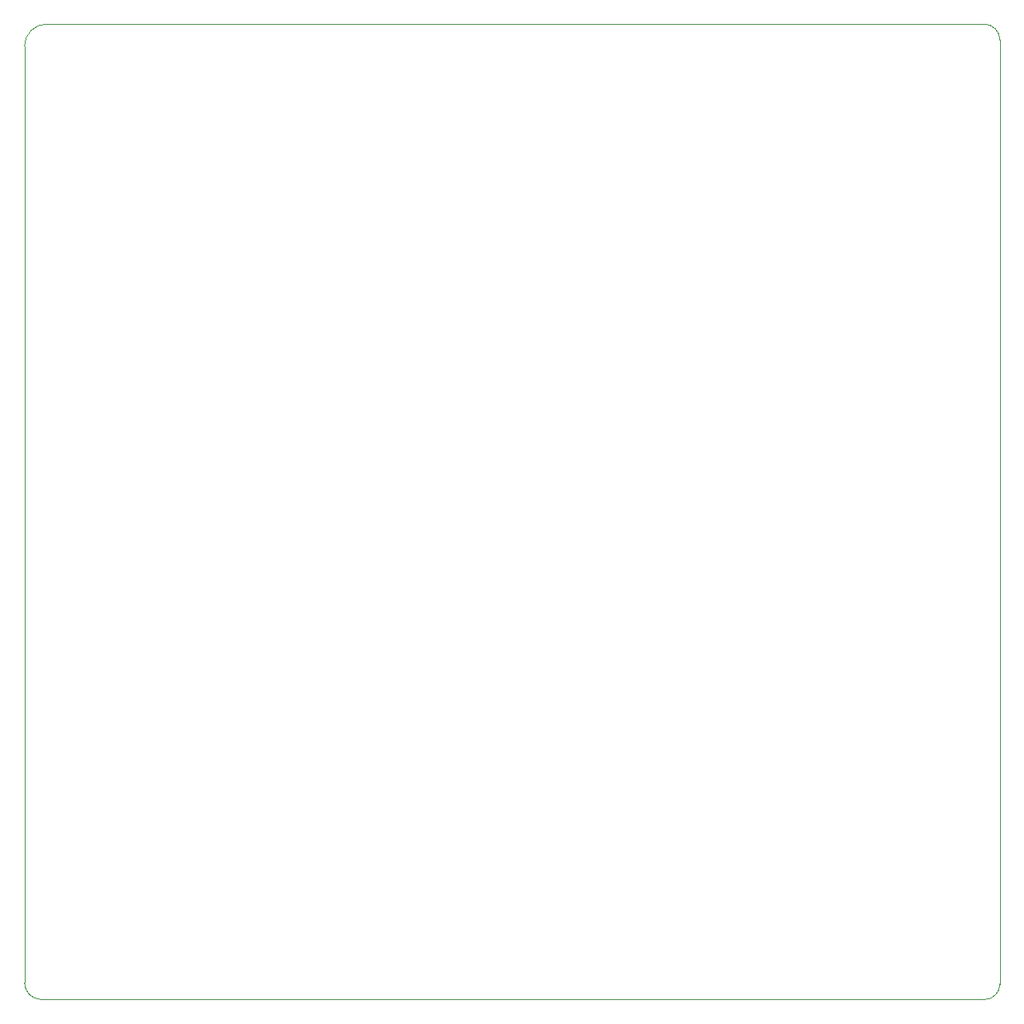
<source format=gbr>
G04*
G04 #@! TF.GenerationSoftware,Altium Limited,Altium Designer,25.5.2 (35)*
G04*
G04 Layer_Color=0*
%FSLAX25Y25*%
%MOIN*%
G70*
G04*
G04 #@! TF.SameCoordinates,5858FFA7-226C-4CE8-8668-B70CF27CC624*
G04*
G04*
G04 #@! TF.FilePolarity,Positive*
G04*
G01*
G75*
%ADD120C,0.00100*%
D120*
X6775Y-0D02*
G02*
X-0Y6775I0J6775D01*
G01*
X0Y384796D01*
D02*
G02*
X8905Y393701I8905J-0D01*
G01*
X387320Y393701D01*
D02*
G02*
X393701Y387320I0J-6381D01*
G01*
Y6216D01*
D02*
G02*
X387485Y-0I-6216J0D01*
G01*
X6775D01*
M02*

</source>
